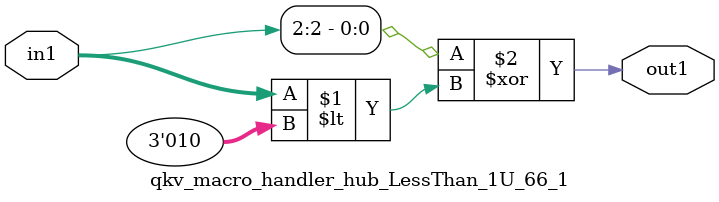
<source format=v>

`timescale 1ps / 1ps


module qkv_macro_handler_hub_LessThan_1U_66_1( in1, out1 );

    input [2:0] in1;
    output out1;

    
    // rtl_process:qkv_macro_handler_hub_LessThan_1U_68_1/qkv_macro_handler_hub_LessThan_1U_68_1_thread_1
    assign out1 = (in1[2] ^ in1 < 3'd2);

endmodule





</source>
